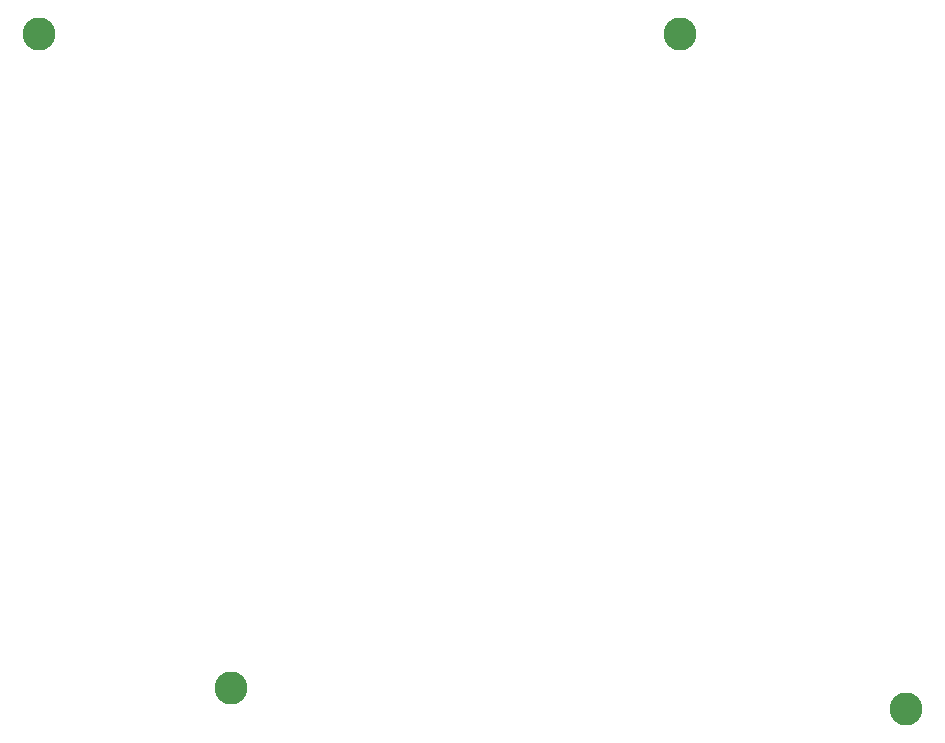
<source format=gbs>
%TF.GenerationSoftware,KiCad,Pcbnew,(5.99.0-12610-g07e01e6297)*%
%TF.CreationDate,2021-11-07T17:03:59+00:00*%
%TF.ProjectId,Envoy-Backplate,456e766f-792d-4426-9163-6b706c617465,rev?*%
%TF.SameCoordinates,Original*%
%TF.FileFunction,Soldermask,Bot*%
%TF.FilePolarity,Negative*%
%FSLAX46Y46*%
G04 Gerber Fmt 4.6, Leading zero omitted, Abs format (unit mm)*
G04 Created by KiCad (PCBNEW (5.99.0-12610-g07e01e6297)) date 2021-11-07 17:03:59*
%MOMM*%
%LPD*%
G01*
G04 APERTURE LIST*
%ADD10C,2.800000*%
G04 APERTURE END LIST*
D10*
%TO.C,H4*%
X176275500Y-126231750D03*
%TD*%
%TO.C,H1*%
X102863000Y-69081750D03*
%TD*%
%TO.C,H3*%
X119135500Y-124461750D03*
%TD*%
%TO.C,H2*%
X157162000Y-69081750D03*
%TD*%
M02*

</source>
